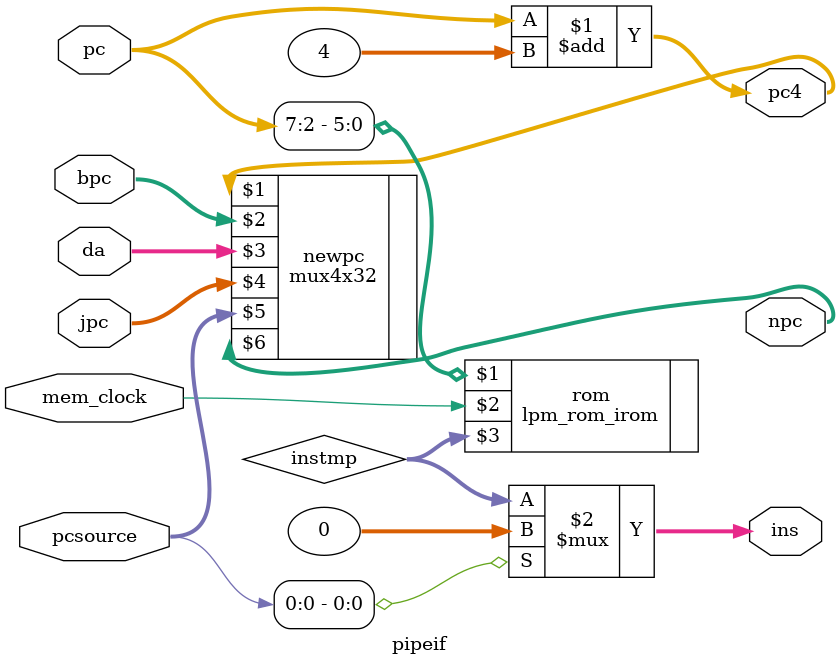
<source format=v>
module pipeif (
    pcsource,pc,bpc,da,jpc,npc,pc4,ins,mem_clock 
);
input wire[1:0] pcsource;
input wire[31:0] pc,bpc,da,jpc;
input wire mem_clock;
output wire[31:0] pc4,ins,npc;

wire[31:0] instmp;

lpm_rom_irom rom(pc[7:2],mem_clock,instmp);

assign pc4=pc+32'h4;
assign ins=pcsource[0]?32'h0:instmp;



mux4x32 newpc(pc4,bpc,da,jpc,pcsource,npc);



endmodule
</source>
